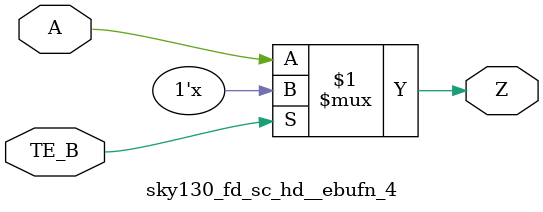
<source format=v>
module sky130_fd_sc_hd__ebufn_4 (
    Z   ,
    A   ,
    TE_B
);
    output Z   ;
    input  A   ;
    input  TE_B;
    bufif0 bufif00 (Z     , A, TE_B        );
endmodule
</source>
